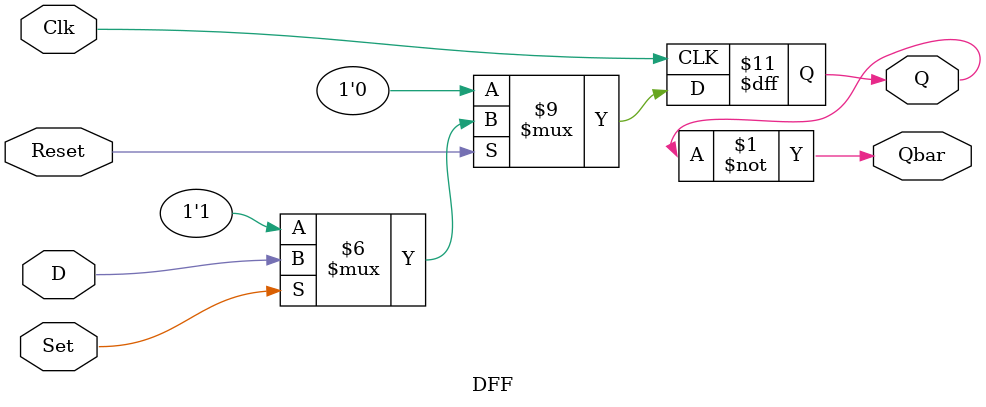
<source format=v>
module DFF (D, Set, Reset, Q, Qbar, Clk);
input D,Set,Reset,Clk;
output reg Q;
output Qbar;
assign Qbar = ~Q;

always @ (posedge Clk) 

    if(Reset == 0) Q <= 0;
    else if(Set == 0) Q <= 1;
    else Q <= D;

endmodule

</source>
